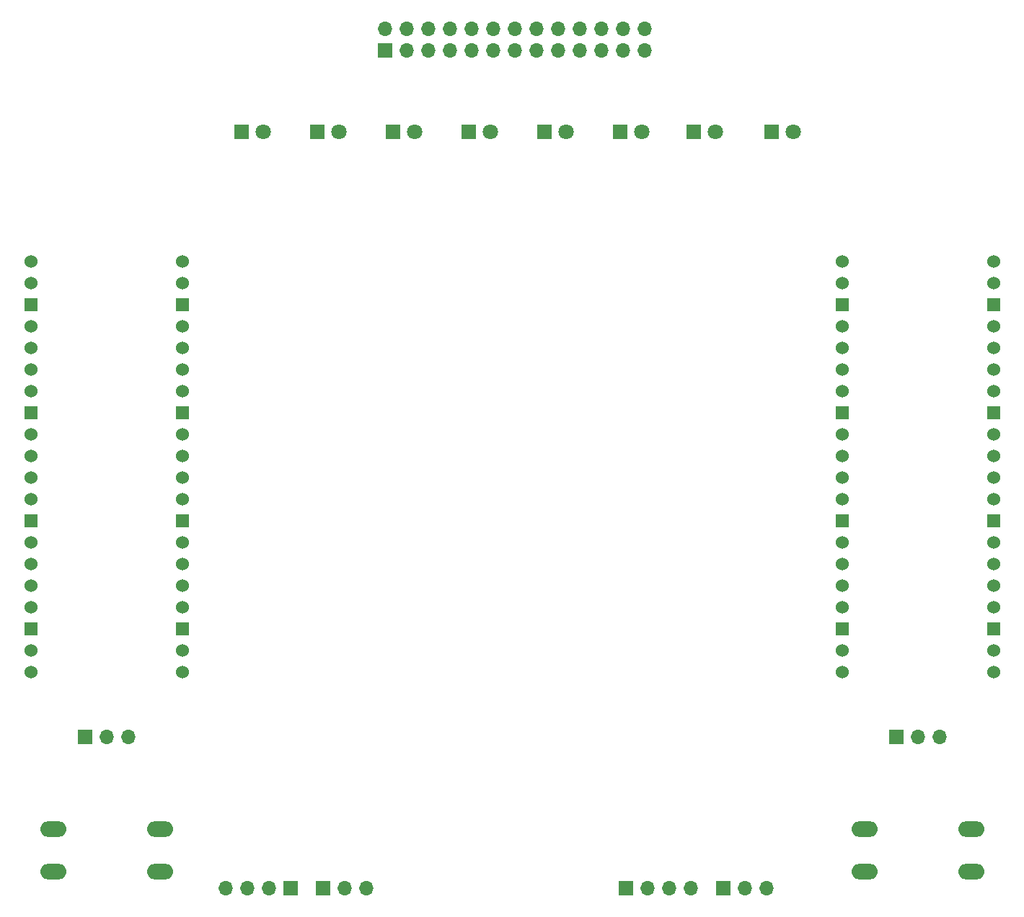
<source format=gbr>
%TF.GenerationSoftware,KiCad,Pcbnew,7.0.8*%
%TF.CreationDate,2023-10-15T21:25:11-07:00*%
%TF.ProjectId,DevkitHotswapPicoHub,4465766b-6974-4486-9f74-737761705069,rev?*%
%TF.SameCoordinates,Original*%
%TF.FileFunction,Soldermask,Bot*%
%TF.FilePolarity,Negative*%
%FSLAX46Y46*%
G04 Gerber Fmt 4.6, Leading zero omitted, Abs format (unit mm)*
G04 Created by KiCad (PCBNEW 7.0.8) date 2023-10-15 21:25:11*
%MOMM*%
%LPD*%
G01*
G04 APERTURE LIST*
%ADD10R,1.700000X1.700000*%
%ADD11O,1.700000X1.700000*%
%ADD12C,1.524000*%
%ADD13R,1.524000X1.524000*%
%ADD14O,3.048000X1.850000*%
%ADD15R,1.800000X1.800000*%
%ADD16C,1.800000*%
G04 APERTURE END LIST*
D10*
%TO.C,J404*%
X90170000Y-117475000D03*
D11*
X92710000Y-117475000D03*
X95250000Y-117475000D03*
X97790000Y-117475000D03*
%TD*%
%TO.C,J202*%
X31750000Y-99695000D03*
X29210000Y-99695000D03*
D10*
X26670000Y-99695000D03*
%TD*%
D12*
%TO.C,U200*%
X20320000Y-43815000D03*
X20320000Y-46355000D03*
D13*
X20320000Y-48895000D03*
D12*
X20320000Y-51435000D03*
X20320000Y-53975000D03*
X20320000Y-59055000D03*
X20320000Y-56515000D03*
D13*
X20320000Y-61595000D03*
D12*
X20320000Y-64135000D03*
X20320000Y-66675000D03*
X20320000Y-69215000D03*
X20320000Y-71755000D03*
D13*
X20320000Y-74295000D03*
D12*
X20320000Y-76835000D03*
X20320000Y-79375000D03*
X20320000Y-81915000D03*
X20320000Y-84455000D03*
D13*
X20320000Y-86995000D03*
D12*
X20320000Y-89535000D03*
X20320000Y-92075000D03*
X38100000Y-92075000D03*
X38100000Y-89535000D03*
D13*
X38100000Y-86995000D03*
D12*
X38100000Y-84455000D03*
X38100000Y-81915000D03*
X38100000Y-79375000D03*
X38100000Y-76835000D03*
D13*
X38100000Y-74295000D03*
D12*
X38100000Y-71755000D03*
X38100000Y-69215000D03*
X38100000Y-66675000D03*
X38100000Y-64135000D03*
D13*
X38100000Y-61595000D03*
D12*
X38100000Y-59055000D03*
X38100000Y-56515000D03*
X38100000Y-53975000D03*
X38100000Y-51435000D03*
D13*
X38100000Y-48895000D03*
D12*
X38100000Y-46355000D03*
X38100000Y-43815000D03*
%TD*%
D10*
%TO.C,J303*%
X121920000Y-99695000D03*
D11*
X124460000Y-99695000D03*
X127000000Y-99695000D03*
%TD*%
D12*
%TO.C,U300*%
X133350000Y-43815000D03*
X133350000Y-46355000D03*
D13*
X133350000Y-48895000D03*
D12*
X133350000Y-51435000D03*
X133350000Y-53975000D03*
X133350000Y-56515000D03*
X133350000Y-59055000D03*
D13*
X133350000Y-61595000D03*
D12*
X133350000Y-64135000D03*
X133350000Y-66675000D03*
X133350000Y-69215000D03*
X133350000Y-71755000D03*
D13*
X133350000Y-74295000D03*
D12*
X133350000Y-76835000D03*
X133350000Y-79375000D03*
X133350000Y-81915000D03*
X133350000Y-84455000D03*
D13*
X133350000Y-86995000D03*
D12*
X133350000Y-89535000D03*
X133350000Y-92075000D03*
X115570000Y-92075000D03*
X115570000Y-89535000D03*
D13*
X115570000Y-86995000D03*
D12*
X115570000Y-84455000D03*
X115570000Y-81915000D03*
X115570000Y-79375000D03*
X115570000Y-76835000D03*
D13*
X115570000Y-74295000D03*
D12*
X115570000Y-71755000D03*
X115570000Y-69215000D03*
X115570000Y-66675000D03*
X115570000Y-64135000D03*
D13*
X115570000Y-61595000D03*
D12*
X115570000Y-56515000D03*
X115570000Y-59055000D03*
X115570000Y-53975000D03*
X115570000Y-51435000D03*
D13*
X115570000Y-48895000D03*
D12*
X115570000Y-46355000D03*
X115570000Y-43815000D03*
%TD*%
D10*
%TO.C,J405*%
X101600000Y-117475000D03*
D11*
X104140000Y-117475000D03*
X106680000Y-117475000D03*
%TD*%
D10*
%TO.C,J401*%
X54610000Y-117475000D03*
D11*
X57150000Y-117475000D03*
X59690000Y-117475000D03*
%TD*%
D14*
%TO.C,SW406*%
X118220000Y-110530000D03*
X130720000Y-110530000D03*
X118220000Y-115530000D03*
X130720000Y-115530000D03*
%TD*%
%TO.C,SW403*%
X22950000Y-110530000D03*
X35450000Y-110530000D03*
X22950000Y-115530000D03*
X35450000Y-115530000D03*
%TD*%
D10*
%TO.C,J502*%
X61912500Y-19050000D03*
D11*
X61912500Y-16510000D03*
X64452500Y-19050000D03*
X64452500Y-16510000D03*
X66992500Y-19050000D03*
X66992500Y-16510000D03*
X69532500Y-19050000D03*
X69532500Y-16510000D03*
X72072500Y-19050000D03*
X72072500Y-16510000D03*
X74612500Y-19050000D03*
X74612500Y-16510000D03*
X77152500Y-19050000D03*
X77152500Y-16510000D03*
X79692500Y-19050000D03*
X79692500Y-16510000D03*
X82232500Y-19050000D03*
X82232500Y-16510000D03*
X84772500Y-19050000D03*
X84772500Y-16510000D03*
X87312500Y-19050000D03*
X87312500Y-16510000D03*
X89852500Y-19050000D03*
X89852500Y-16510000D03*
X92392500Y-19050000D03*
X92392500Y-16510000D03*
%TD*%
%TO.C,J400*%
X43170000Y-117475000D03*
X45710000Y-117475000D03*
X48250000Y-117475000D03*
D10*
X50790000Y-117475000D03*
%TD*%
D15*
%TO.C,D414*%
X107315000Y-28575000D03*
D16*
X109855000Y-28575000D03*
%TD*%
D15*
%TO.C,D413*%
X98185000Y-28575000D03*
D16*
X100725000Y-28575000D03*
%TD*%
D15*
%TO.C,D412*%
X89535000Y-28575000D03*
D16*
X92075000Y-28575000D03*
%TD*%
%TO.C,D411*%
X83185000Y-28575000D03*
D15*
X80645000Y-28575000D03*
%TD*%
D16*
%TO.C,D410*%
X74295000Y-28575000D03*
D15*
X71755000Y-28575000D03*
%TD*%
%TO.C,D409*%
X62865000Y-28575000D03*
D16*
X65405000Y-28575000D03*
%TD*%
%TO.C,D408*%
X56515000Y-28575000D03*
D15*
X53975000Y-28575000D03*
%TD*%
%TO.C,D407*%
X45085000Y-28575000D03*
D16*
X47625000Y-28575000D03*
%TD*%
M02*

</source>
